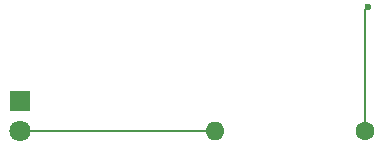
<source format=gbr>
%TF.GenerationSoftware,KiCad,Pcbnew,8.0.7*%
%TF.CreationDate,2025-01-07T01:26:18+09:00*%
%TF.ProjectId,Simple_LED,53696d70-6c65-45f4-9c45-442e6b696361,rev?*%
%TF.SameCoordinates,Original*%
%TF.FileFunction,Copper,L1,Top*%
%TF.FilePolarity,Positive*%
%FSLAX46Y46*%
G04 Gerber Fmt 4.6, Leading zero omitted, Abs format (unit mm)*
G04 Created by KiCad (PCBNEW 8.0.7) date 2025-01-07 01:26:18*
%MOMM*%
%LPD*%
G01*
G04 APERTURE LIST*
%TA.AperFunction,ComponentPad*%
%ADD10C,1.600000*%
%TD*%
%TA.AperFunction,ComponentPad*%
%ADD11O,1.600000X1.600000*%
%TD*%
%TA.AperFunction,ComponentPad*%
%ADD12R,1.800000X1.800000*%
%TD*%
%TA.AperFunction,ComponentPad*%
%ADD13C,1.800000*%
%TD*%
%TA.AperFunction,ViaPad*%
%ADD14C,0.600000*%
%TD*%
%TA.AperFunction,Conductor*%
%ADD15C,0.200000*%
%TD*%
G04 APERTURE END LIST*
D10*
%TO.P,R1,1*%
%TO.N,VCC*%
X190700000Y-91500000D03*
D11*
%TO.P,R1,2*%
%TO.N,/led*%
X178000000Y-91500000D03*
%TD*%
D12*
%TO.P,D1,1,K*%
%TO.N,GND*%
X161500000Y-88960000D03*
D13*
%TO.P,D1,2,A*%
%TO.N,/led*%
X161500000Y-91500000D03*
%TD*%
D14*
%TO.N,VCC*%
X191000000Y-81000000D03*
%TD*%
D15*
%TO.N,VCC*%
X190700000Y-81300000D02*
X191000000Y-81000000D01*
X190700000Y-91500000D02*
X190700000Y-81300000D01*
%TO.N,/led*%
X161500000Y-91500000D02*
X178000000Y-91500000D01*
%TD*%
M02*

</source>
